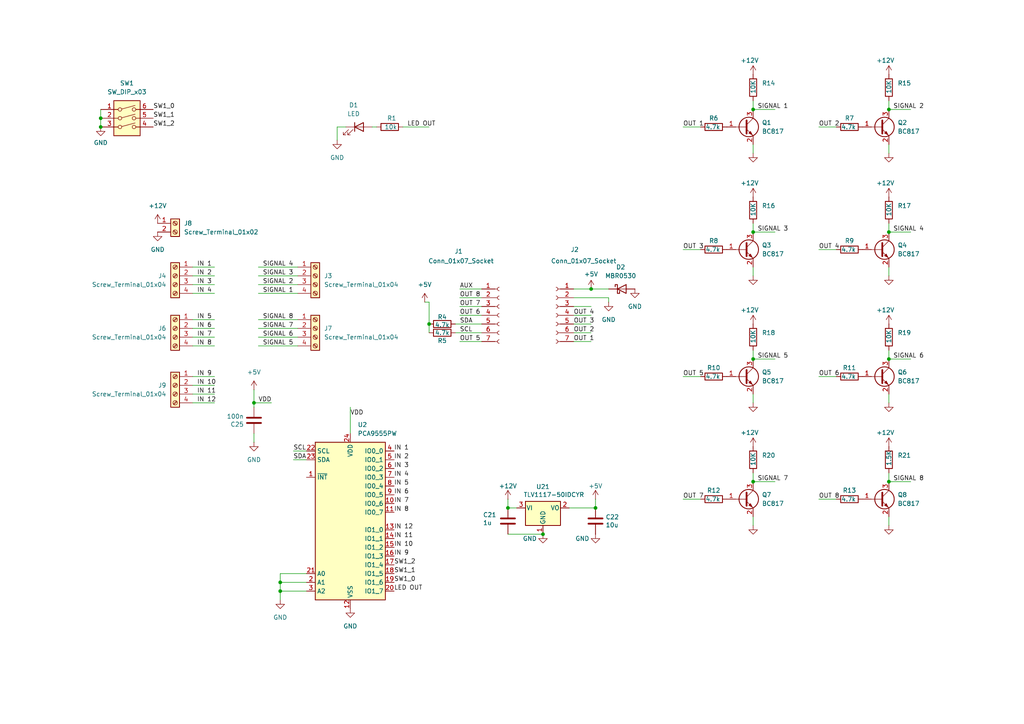
<source format=kicad_sch>
(kicad_sch (version 20250114) (generator "eeschema") (generator_version "9.0")
  (paper "A4")
  (lib_symbols
    (symbol "Connector:Conn_01x07_Socket" (pin_names (offset 1.016) (hide yes))
      (property "Reference" "J" (at 0 10.16 0))
      (property "Value" "Conn_01x07_Socket" (at 0 -10.16 0))
      (symbol "Conn_01x07_Socket_1_1"
        (polyline (pts (xy -1.27 7.62) (xy -0.508 7.62)) (stroke (width 0.1524)))
        (polyline (pts (xy -1.27 5.08) (xy -0.508 5.08)) (stroke (width 0.1524)))
        (polyline (pts (xy -1.27 2.54) (xy -0.508 2.54)) (stroke (width 0.1524)))
        (polyline (pts (xy -1.27 0) (xy -0.508 0)) (stroke (width 0.1524)))
        (polyline (pts (xy -1.27 -2.54) (xy -0.508 -2.54)) (stroke (width 0.1524)))
        (polyline (pts (xy -1.27 -5.08) (xy -0.508 -5.08)) (stroke (width 0.1524)))
        (polyline (pts (xy -1.27 -7.62) (xy -0.508 -7.62)) (stroke (width 0.1524)))
        (arc (start 0 7.112) (mid -0.5058 7.62) (end 0 8.128) (stroke (width 0.1524)))
        (arc (start 0 4.572) (mid -0.5058 5.08) (end 0 5.588) (stroke (width 0.1524)))
        (arc (start 0 2.032) (mid -0.5058 2.54) (end 0 3.048) (stroke (width 0.1524)))
        (arc (start 0 -0.508) (mid -0.5058 0) (end 0 0.508) (stroke (width 0.1524)))
        (arc (start 0 -3.048) (mid -0.5058 -2.54) (end 0 -2.032) (stroke (width 0.1524)))
        (arc (start 0 -5.588) (mid -0.5058 -5.08) (end 0 -4.572) (stroke (width 0.1524)))
        (arc (start 0 -8.128) (mid -0.5058 -7.62) (end 0 -7.112) (stroke (width 0.1524)))
        (pin passive line (at -5.08 7.62 0) (length 3.81) (name "Pin_1") (number "1"))
        (pin passive line (at -5.08 5.08 0) (length 3.81) (name "Pin_2") (number "2"))
        (pin passive line (at -5.08 2.54 0) (length 3.81) (name "Pin_3") (number "3"))
        (pin passive line (at -5.08 0 0) (length 3.81) (name "Pin_4") (number "4"))
        (pin passive line (at -5.08 -2.54 0) (length 3.81) (name "Pin_5") (number "5"))
        (pin passive line (at -5.08 -5.08 0) (length 3.81) (name "Pin_6") (number "6"))
        (pin passive line (at -5.08 -7.62 0) (length 3.81) (name "Pin_7") (number "7"))
      )
    )
    (symbol "Connector:Screw_Terminal_01x02" (pin_names (offset 1.016) (hide yes))
      (property "Reference" "J" (at 0 2.54 0))
      (property "Value" "Screw_Terminal_01x02" (at 0 -5.08 0))
      (symbol "Screw_Terminal_01x02_1_1"
        (rectangle (start -1.27 1.27) (end 1.27 -3.81) (stroke (width 0.254)) (fill (type background)))
        (polyline (pts (xy -0.5334 0.3302) (xy 0.3302 -0.508)) (stroke (width 0.1524)))
        (polyline (pts (xy -0.5334 -2.2098) (xy 0.3302 -3.048)) (stroke (width 0.1524)))
        (polyline (pts (xy -0.3556 0.508) (xy 0.508 -0.3302)) (stroke (width 0.1524)))
        (polyline (pts (xy -0.3556 -2.032) (xy 0.508 -2.8702)) (stroke (width 0.1524)))
        (circle (center 0 0) (radius 0.635) (stroke (width 0.1524)))
        (circle (center 0 -2.54) (radius 0.635) (stroke (width 0.1524)))
        (pin passive line (at -5.08 0 0) (length 3.81) (name "Pin_1") (number "1"))
        (pin passive line (at -5.08 -2.54 0) (length 3.81) (name "Pin_2") (number "2"))
      )
    )
    (symbol "Connector:Screw_Terminal_01x04" (pin_names (offset 1.016) (hide yes))
      (property "Reference" "J" (at 0 5.08 0))
      (property "Value" "Screw_Terminal_01x04" (at 0 -7.62 0))
      (symbol "Screw_Terminal_01x04_1_1"
        (rectangle (start -1.27 3.81) (end 1.27 -6.35) (stroke (width 0.254)) (fill (type background)))
        (polyline (pts (xy -0.5334 2.8702) (xy 0.3302 2.032)) (stroke (width 0.1524)))
        (polyline (pts (xy -0.5334 0.3302) (xy 0.3302 -0.508)) (stroke (width 0.1524)))
        (polyline (pts (xy -0.5334 -2.2098) (xy 0.3302 -3.048)) (stroke (width 0.1524)))
        (polyline (pts (xy -0.5334 -4.7498) (xy 0.3302 -5.588)) (stroke (width 0.1524)))
        (polyline (pts (xy -0.3556 3.048) (xy 0.508 2.2098)) (stroke (width 0.1524)))
        (polyline (pts (xy -0.3556 0.508) (xy 0.508 -0.3302)) (stroke (width 0.1524)))
        (polyline (pts (xy -0.3556 -2.032) (xy 0.508 -2.8702)) (stroke (width 0.1524)))
        (polyline (pts (xy -0.3556 -4.572) (xy 0.508 -5.4102)) (stroke (width 0.1524)))
        (circle (center 0 2.54) (radius 0.635) (stroke (width 0.1524)))
        (circle (center 0 0) (radius 0.635) (stroke (width 0.1524)))
        (circle (center 0 -2.54) (radius 0.635) (stroke (width 0.1524)))
        (circle (center 0 -5.08) (radius 0.635) (stroke (width 0.1524)))
        (pin passive line (at -5.08 2.54 0) (length 3.81) (name "Pin_1") (number "1"))
        (pin passive line (at -5.08 0 0) (length 3.81) (name "Pin_2") (number "2"))
        (pin passive line (at -5.08 -2.54 0) (length 3.81) (name "Pin_3") (number "3"))
        (pin passive line (at -5.08 -5.08 0) (length 3.81) (name "Pin_4") (number "4"))
      )
    )
    (symbol "Device:C" (pin_numbers (hide yes)) (pin_names (offset 0.254))
      (property "Reference" "C" (at 0.635 2.54 0))
      (property "Value" "C" (at 0.635 -2.54 0))
      (symbol "C_0_1"
        (polyline (pts (xy -2.032 0.762) (xy 2.032 0.762)) (stroke (width 0.508)))
        (polyline (pts (xy -2.032 -0.762) (xy 2.032 -0.762)) (stroke (width 0.508)))
      )
      (symbol "C_1_1"
        (pin passive line (at 0 3.81 270) (length 2.794) (name "~") (number "1"))
        (pin passive line (at 0 -3.81 90) (length 2.794) (name "~") (number "2"))
      )
    )
    (symbol "Device:LED" (pin_numbers (hide yes)) (pin_names (offset 1.016) (hide yes))
      (property "Reference" "D" (at 0 2.54 0))
      (property "Value" "LED" (at 0 -2.54 0))
      (symbol "LED_0_1"
        (polyline (pts (xy -3.048 -0.762) (xy -4.572 -2.286) (xy -3.81 -2.286) (xy -4.572 -2.286) (xy -4.572 -1.524)))
        (polyline (pts (xy -1.778 -0.762) (xy -3.302 -2.286) (xy -2.54 -2.286) (xy -3.302 -2.286) (xy -3.302 -1.524)))
        (polyline (pts (xy -1.27 0) (xy 1.27 0)))
        (polyline (pts (xy -1.27 -1.27) (xy -1.27 1.27)) (stroke (width 0.254)))
        (polyline (pts (xy 1.27 -1.27) (xy 1.27 1.27) (xy -1.27 0) (xy 1.27 -1.27)) (stroke (width 0.254)))
      )
      (symbol "LED_1_1"
        (pin passive line (at -3.81 0 0) (length 2.54) (name "K") (number "1"))
        (pin passive line (at 3.81 0 180) (length 2.54) (name "A") (number "2"))
      )
    )
    (symbol "Device:R" (pin_numbers (hide yes)) (pin_names (offset 0))
      (property "Reference" "R" (at 2.032 0 90))
      (property "Value" "R" (at 0 0 90))
      (symbol "R_0_1"
        (rectangle (start -1.016 -2.54) (end 1.016 2.54) (stroke (width 0.254)))
      )
      (symbol "R_1_1"
        (pin passive line (at 0 3.81 270) (length 1.27) (name "~") (number "1"))
        (pin passive line (at 0 -3.81 90) (length 1.27) (name "~") (number "2"))
      )
    )
    (symbol "Diode:MBR0530" (pin_numbers (hide yes)) (pin_names (offset 1.016) (hide yes))
      (property "Reference" "D" (at 0 2.54 0))
      (property "Value" "MBR0530" (at 0 -2.54 0))
      (symbol "MBR0530_0_1"
        (polyline (pts (xy -1.905 0.635) (xy -1.905 1.27) (xy -1.27 1.27) (xy -1.27 -1.27) (xy -0.635 -1.27) (xy -0.635 -0.635)) (stroke (width 0.254)))
        (polyline (pts (xy 1.27 1.27) (xy 1.27 -1.27) (xy -1.27 0) (xy 1.27 1.27)) (stroke (width 0.254)))
        (polyline (pts (xy 1.27 0) (xy -1.27 0)))
      )
      (symbol "MBR0530_1_1"
        (pin passive line (at -3.81 0 0) (length 2.54) (name "K") (number "1"))
        (pin passive line (at 3.81 0 180) (length 2.54) (name "A") (number "2"))
      )
    )
    (symbol "Interface_Expansion:PCA9555PW"
      (property "Reference" "U" (at -8.89 24.13 0))
      (property "Value" "PCA9555PW" (at 6.35 24.13 0))
      (symbol "PCA9555PW_0_1"
        (rectangle (start -10.16 22.86) (end 10.16 -22.86) (stroke (width 0.254)) (fill (type background)))
      )
      (symbol "PCA9555PW_1_1"
        (pin input line (at -12.7 20.32 0) (length 2.54) (name "SCL") (number "22"))
        (pin bidirectional line (at -12.7 17.78 0) (length 2.54) (name "SDA") (number "23"))
        (pin open_collector line (at -12.7 12.7 0) (length 2.54) (name "~{INT}") (number "1"))
        (pin input line (at -12.7 -15.24 0) (length 2.54) (name "A0") (number "21"))
        (pin input line (at -12.7 -17.78 0) (length 2.54) (name "A1") (number "2"))
        (pin input line (at -12.7 -20.32 0) (length 2.54) (name "A2") (number "3"))
        (pin power_in line (at 0 25.4 270) (length 2.54) (name "VDD") (number "24"))
        (pin power_in line (at 0 -25.4 90) (length 2.54) (name "VSS") (number "12"))
        (pin bidirectional line (at 12.7 20.32 180) (length 2.54) (name "IO0_0") (number "4"))
        (pin bidirectional line (at 12.7 17.78 180) (length 2.54) (name "IO0_1") (number "5"))
        (pin bidirectional line (at 12.7 15.24 180) (length 2.54) (name "IO0_2") (number "6"))
        (pin bidirectional line (at 12.7 12.7 180) (length 2.54) (name "IO0_3") (number "7"))
        (pin bidirectional line (at 12.7 10.16 180) (length 2.54) (name "IO0_4") (number "8"))
        (pin bidirectional line (at 12.7 7.62 180) (length 2.54) (name "IO0_5") (number "9"))
        (pin bidirectional line (at 12.7 5.08 180) (length 2.54) (name "IO0_6") (number "10"))
        (pin bidirectional line (at 12.7 2.54 180) (length 2.54) (name "IO0_7") (number "11"))
        (pin bidirectional line (at 12.7 -2.54 180) (length 2.54) (name "IO1_0") (number "13"))
        (pin bidirectional line (at 12.7 -5.08 180) (length 2.54) (name "IO1_1") (number "14"))
        (pin bidirectional line (at 12.7 -7.62 180) (length 2.54) (name "IO1_2") (number "15"))
        (pin bidirectional line (at 12.7 -10.16 180) (length 2.54) (name "IO1_3") (number "16"))
        (pin bidirectional line (at 12.7 -12.7 180) (length 2.54) (name "IO1_4") (number "17"))
        (pin bidirectional line (at 12.7 -15.24 180) (length 2.54) (name "IO1_5") (number "18"))
        (pin bidirectional line (at 12.7 -17.78 180) (length 2.54) (name "IO1_6") (number "19"))
        (pin bidirectional line (at 12.7 -20.32 180) (length 2.54) (name "IO1_7") (number "20"))
      )
    )
    (symbol "Regulator_Linear:NCP1117-3.3_SOT223" (pin_names (offset 0.254))
      (property "Reference" "U" (at -3.81 3.175 0))
      (property "Value" "NCP1117-3.3_SOT223" (at 0 3.175 0))
      (symbol "NCP1117-3.3_SOT223_0_1"
        (rectangle (start -5.08 -5.08) (end 5.08 1.905) (stroke (width 0.254)) (fill (type background)))
      )
      (symbol "NCP1117-3.3_SOT223_1_1"
        (pin power_in line (at -7.62 0 0) (length 2.54) (name "VI") (number "3"))
        (pin power_in line (at 0 -7.62 90) (length 2.54) (name "GND") (number "1"))
        (pin power_out line (at 7.62 0 180) (length 2.54) (name "VO") (number "2"))
      )
    )
    (symbol "Switch:SW_DIP_x03" (pin_names (offset 0) (hide yes))
      (property "Reference" "SW" (at 0 6.35 0))
      (property "Value" "SW_DIP_x03" (at 0 -6.35 0))
      (symbol "SW_DIP_x03_0_0"
        (circle (center -2.032 2.54) (radius 0.508))
        (circle (center -2.032 0) (radius 0.508))
        (circle (center -2.032 -2.54) (radius 0.508))
        (polyline (pts (xy -1.524 2.667) (xy 2.3622 3.7084)))
        (polyline (pts (xy -1.524 0.127) (xy 2.3622 1.1684)))
        (polyline (pts (xy -1.524 -2.413) (xy 2.3622 -1.3716)))
        (circle (center 2.032 2.54) (radius 0.508))
        (circle (center 2.032 0) (radius 0.508))
        (circle (center 2.032 -2.54) (radius 0.508))
      )
      (symbol "SW_DIP_x03_0_1"
        (rectangle (start -3.81 5.08) (end 3.81 -5.08) (stroke (width 0.254)) (fill (type background)))
      )
      (symbol "SW_DIP_x03_1_1"
        (pin passive line (at -7.62 2.54 0) (length 5.08) (name "~") (number "1"))
        (pin passive line (at -7.62 0 0) (length 5.08) (name "~") (number "2"))
        (pin passive line (at -7.62 -2.54 0) (length 5.08) (name "~") (number "3"))
        (pin passive line (at 7.62 2.54 180) (length 5.08) (name "~") (number "6"))
        (pin passive line (at 7.62 0 180) (length 5.08) (name "~") (number "5"))
        (pin passive line (at 7.62 -2.54 180) (length 5.08) (name "~") (number "4"))
      )
    )
    (symbol "Transistor_BJT:BC817" (pin_names (offset 0) (hide yes))
      (property "Reference" "Q" (at 5.08 1.905 0))
      (property "Value" "BC817" (at 5.08 0 0))
      (symbol "BC817_0_1"
        (polyline (pts (xy -2.54 0) (xy 0.635 0)))
        (polyline (pts (xy 0.635 1.905) (xy 0.635 -1.905)) (stroke (width 0.508)))
        (circle (center 1.27 0) (radius 2.8194) (stroke (width 0.254)))
      )
      (symbol "BC817_1_1"
        (polyline (pts (xy 0.635 0.635) (xy 2.54 2.54)))
        (polyline (pts (xy 0.635 -0.635) (xy 2.54 -2.54)))
        (polyline (pts (xy 1.27 -1.778) (xy 1.778 -1.27) (xy 2.286 -2.286) (xy 1.27 -1.778)) (fill (type outline)))
        (pin input line (at -5.08 0 0) (length 2.54) (name "B") (number "1"))
        (pin passive line (at 2.54 5.08 270) (length 2.54) (name "C") (number "3"))
        (pin passive line (at 2.54 -5.08 90) (length 2.54) (name "E") (number "2"))
      )
    )
    (symbol "power:+12V" (power) (pin_numbers (hide yes)) (pin_names (offset 0) (hide yes))
      (property "Value" "+12V" (at 0 3.556 0))
      (symbol "+12V_0_1"
        (polyline (pts (xy -0.762 1.27) (xy 0 2.54)))
        (polyline (pts (xy 0 2.54) (xy 0.762 1.27)))
        (polyline (pts (xy 0 0) (xy 0 2.54)))
      )
      (symbol "+12V_1_1"
        (pin power_in line (at 0 0 90) (length 0) (name "~") (number "1"))
      )
    )
    (symbol "power:+5V" (power) (pin_numbers (hide yes)) (pin_names (offset 0) (hide yes))
      (property "Value" "+5V" (at 0 3.556 0))
      (symbol "+5V_0_1"
        (polyline (pts (xy -0.762 1.27) (xy 0 2.54)))
        (polyline (pts (xy 0 2.54) (xy 0.762 1.27)))
        (polyline (pts (xy 0 0) (xy 0 2.54)))
      )
      (symbol "+5V_1_1"
        (pin power_in line (at 0 0 90) (length 0) (name "~") (number "1"))
      )
    )
    (symbol "power:GND" (power) (pin_numbers (hide yes)) (pin_names (offset 0) (hide yes))
      (property "Value" "GND" (at 0 -3.81 0))
      (symbol "GND_0_1"
        (polyline (pts (xy 0 0) (xy 0 -1.27) (xy 1.27 -1.27) (xy 0 -2.54) (xy -1.27 -1.27) (xy 0 -1.27)))
      )
      (symbol "GND_1_1"
        (pin power_in line (at 0 0 270) (length 0) (name "~") (number "1"))
      )
    )
  )
  (junction (at 257.81 67.31))
  (junction (at 218.44 67.31))
  (junction (at 157.48 154.94))
  (junction (at 147.32 147.32))
  (junction (at 81.28 168.91))
  (junction (at 218.44 139.7))
  (junction (at 124.46 93.98))
  (junction (at 257.81 139.7))
  (junction (at 73.66 116.84))
  (junction (at 257.81 31.75))
  (junction (at 257.81 104.14))
  (junction (at 29.21 36.83))
  (junction (at 218.44 31.75))
  (junction (at 81.28 171.45))
  (junction (at 218.44 104.14))
  (junction (at 171.45 83.82))
  (junction (at 172.72 147.32))
  (junction (at 29.21 34.29))
  (wire (pts (xy 85.09 130.81) (xy 88.9 130.81)))
  (wire (pts (xy 124.46 93.98) (xy 124.46 96.52)))
  (wire (pts (xy 172.72 147.32) (xy 172.72 144.78)))
  (wire (pts (xy 257.81 137.16) (xy 257.81 139.7)))
  (wire (pts (xy 218.44 29.21) (xy 218.44 31.75)))
  (wire (pts (xy 133.35 91.44) (xy 139.7 91.44)))
  (wire (pts (xy 133.35 86.36) (xy 139.7 86.36)))
  (wire (pts (xy 147.32 154.94) (xy 157.48 154.94)))
  (wire (pts (xy 166.37 88.9) (xy 171.45 88.9)))
  (wire (pts (xy 165.1 147.32) (xy 172.72 147.32)))
  (wire (pts (xy 176.53 87.63) (xy 176.53 86.36)))
  (wire (pts (xy 218.44 44.45) (xy 218.44 41.91)))
  (wire (pts (xy 73.66 125.73) (xy 73.66 128.27)))
  (wire (pts (xy 74.93 100.33) (xy 86.36 100.33)))
  (wire (pts (xy 29.21 34.29) (xy 29.21 36.83)))
  (wire (pts (xy 198.12 72.39) (xy 203.2 72.39)))
  (wire (pts (xy 55.88 114.3) (xy 62.23 114.3)))
  (wire (pts (xy 237.49 109.22) (xy 242.57 109.22)))
  (wire (pts (xy 81.28 171.45) (xy 88.9 171.45)))
  (wire (pts (xy 198.12 144.78) (xy 203.2 144.78)))
  (wire (pts (xy 74.93 85.09) (xy 86.36 85.09)))
  (wire (pts (xy 85.09 133.35) (xy 88.9 133.35)))
  (wire (pts (xy 74.93 97.79) (xy 86.36 97.79)))
  (wire (pts (xy 166.37 93.98) (xy 171.45 93.98)))
  (wire (pts (xy 73.66 116.84) (xy 78.74 116.84)))
  (wire (pts (xy 166.37 86.36) (xy 176.53 86.36)))
  (wire (pts (xy 218.44 139.7) (xy 224.79 139.7)))
  (wire (pts (xy 116.84 36.83) (xy 124.46 36.83)))
  (wire (pts (xy 55.88 97.79) (xy 62.23 97.79)))
  (wire (pts (xy 29.21 31.75) (xy 29.21 34.29)))
  (wire (pts (xy 166.37 91.44) (xy 171.45 91.44)))
  (wire (pts (xy 257.81 101.6) (xy 257.81 104.14)))
  (wire (pts (xy 218.44 101.6) (xy 218.44 104.14)))
  (wire (pts (xy 74.93 80.01) (xy 86.36 80.01)))
  (wire (pts (xy 257.81 116.84) (xy 257.81 114.3)))
  (wire (pts (xy 218.44 80.01) (xy 218.44 77.47)))
  (wire (pts (xy 257.81 64.77) (xy 257.81 67.31)))
  (wire (pts (xy 218.44 31.75) (xy 224.79 31.75)))
  (wire (pts (xy 218.44 104.14) (xy 224.79 104.14)))
  (wire (pts (xy 257.81 67.31) (xy 264.16 67.31)))
  (wire (pts (xy 73.66 113.03) (xy 73.66 116.84)))
  (wire (pts (xy 257.81 139.7) (xy 264.16 139.7)))
  (wire (pts (xy 55.88 95.25) (xy 62.23 95.25)))
  (wire (pts (xy 166.37 96.52) (xy 171.45 96.52)))
  (wire (pts (xy 198.12 109.22) (xy 203.2 109.22)))
  (wire (pts (xy 55.88 116.84) (xy 62.23 116.84)))
  (wire (pts (xy 55.88 77.47) (xy 62.23 77.47)))
  (wire (pts (xy 74.93 95.25) (xy 86.36 95.25)))
  (wire (pts (xy 133.35 99.06) (xy 139.7 99.06)))
  (wire (pts (xy 55.88 80.01) (xy 62.23 80.01)))
  (wire (pts (xy 55.88 85.09) (xy 62.23 85.09)))
  (wire (pts (xy 149.86 147.32) (xy 147.32 147.32)))
  (wire (pts (xy 132.08 93.98) (xy 139.7 93.98)))
  (wire (pts (xy 218.44 67.31) (xy 224.79 67.31)))
  (wire (pts (xy 257.81 31.75) (xy 264.16 31.75)))
  (wire (pts (xy 218.44 152.4) (xy 218.44 149.86)))
  (wire (pts (xy 55.88 92.71) (xy 62.23 92.71)))
  (wire (pts (xy 218.44 137.16) (xy 218.44 139.7)))
  (wire (pts (xy 109.22 36.83) (xy 107.95 36.83)))
  (wire (pts (xy 97.79 36.83) (xy 97.79 40.64)))
  (wire (pts (xy 81.28 168.91) (xy 81.28 171.45)))
  (wire (pts (xy 166.37 83.82) (xy 171.45 83.82)))
  (wire (pts (xy 74.93 92.71) (xy 86.36 92.71)))
  (wire (pts (xy 257.81 29.21) (xy 257.81 31.75)))
  (wire (pts (xy 132.08 96.52) (xy 139.7 96.52)))
  (wire (pts (xy 124.46 87.63) (xy 123.19 87.63)))
  (wire (pts (xy 133.35 83.82) (xy 139.7 83.82)))
  (wire (pts (xy 81.28 168.91) (xy 88.9 168.91)))
  (wire (pts (xy 81.28 171.45) (xy 81.28 173.99)))
  (wire (pts (xy 133.35 88.9) (xy 139.7 88.9)))
  (wire (pts (xy 171.45 83.82) (xy 176.53 83.82)))
  (wire (pts (xy 88.9 166.37) (xy 81.28 166.37)))
  (wire (pts (xy 74.93 77.47) (xy 86.36 77.47)))
  (wire (pts (xy 74.93 82.55) (xy 86.36 82.55)))
  (wire (pts (xy 55.88 100.33) (xy 62.23 100.33)))
  (wire (pts (xy 55.88 82.55) (xy 62.23 82.55)))
  (wire (pts (xy 218.44 116.84) (xy 218.44 114.3)))
  (wire (pts (xy 237.49 144.78) (xy 242.57 144.78)))
  (wire (pts (xy 198.12 36.83) (xy 203.2 36.83)))
  (wire (pts (xy 237.49 36.83) (xy 242.57 36.83)))
  (wire (pts (xy 81.28 166.37) (xy 81.28 168.91)))
  (wire (pts (xy 73.66 116.84) (xy 73.66 118.11)))
  (wire (pts (xy 147.32 147.32) (xy 147.32 144.78)))
  (wire (pts (xy 124.46 87.63) (xy 124.46 93.98)))
  (wire (pts (xy 237.49 72.39) (xy 242.57 72.39)))
  (wire (pts (xy 55.88 109.22) (xy 62.23 109.22)))
  (wire (pts (xy 101.6 118.11) (xy 101.6 125.73)))
  (wire (pts (xy 100.33 36.83) (xy 97.79 36.83)))
  (wire (pts (xy 257.81 80.01) (xy 257.81 77.47)))
  (wire (pts (xy 257.81 104.14) (xy 264.16 104.14)))
  (wire (pts (xy 218.44 64.77) (xy 218.44 67.31)))
  (wire (pts (xy 55.88 111.76) (xy 62.23 111.76)))
  (wire (pts (xy 257.81 152.4) (xy 257.81 149.86)))
  (wire (pts (xy 166.37 99.06) (xy 171.45 99.06)))
  (wire (pts (xy 257.81 44.45) (xy 257.81 41.91)))
  (label "OUT 3" (at 166.37 93.98 0))
  (label "SIGNAL 6" (at 259.08 104.14 0))
  (label "IN 8" (at 57.15 100.33 0))
  (label "IN 6" (at 57.15 95.25 0))
  (label "SIGNAL 2" (at 76.2 82.55 0))
  (label "SIGNAL 7" (at 76.2 95.25 0))
  (label "OUT 2" (at 166.37 96.52 0))
  (label "SIGNAL 1" (at 219.71 31.75 0))
  (label "IN 9" (at 57.15 109.22 0))
  (label "IN 3" (at 114.3 135.89 0))
  (label "SW1_1" (at 44.45 34.29 0))
  (label "LED OUT" (at 114.3 171.45 0))
  (label "AUX" (at 133.35 83.82 0))
  (label "LED OUT" (at 118.11 36.83 0))
  (label "OUT 7" (at 198.12 144.78 0))
  (label "SIGNAL 7" (at 219.71 139.7 0))
  (label "OUT 8" (at 237.49 144.78 0))
  (label "IN 12" (at 114.3 153.67 0))
  (label "IN 9" (at 114.3 161.29 0))
  (label "OUT 5" (at 133.35 99.06 0))
  (label "SDA" (at 85.09 133.35 0))
  (label "IN 2" (at 114.3 133.35 0))
  (label "IN 2" (at 57.15 80.01 0))
  (label "IN 10" (at 114.3 158.75 0))
  (label "OUT 1" (at 166.37 99.06 0))
  (label "IN 3" (at 57.15 82.55 0))
  (label "SIGNAL 1" (at 76.2 85.09 0))
  (label "SW1_1" (at 114.3 166.37 0))
  (label "IN 4" (at 114.3 138.43 0))
  (label "OUT 6" (at 237.49 109.22 0))
  (label "OUT 3" (at 198.12 72.39 0))
  (label "VDD" (at 101.6 120.65 0))
  (label "SIGNAL 8" (at 76.2 92.71 0))
  (label "SIGNAL 4" (at 259.08 67.31 0))
  (label "OUT 7" (at 133.35 88.9 0))
  (label "SIGNAL 3" (at 76.2 80.01 0))
  (label "SW1_2" (at 114.3 163.83 0))
  (label "SW1_0" (at 44.45 31.75 0))
  (label "IN 7" (at 57.15 97.79 0))
  (label "IN 5" (at 57.15 92.71 0))
  (label "SIGNAL 4" (at 76.2 77.47 0))
  (label "SIGNAL 6" (at 76.2 97.79 0))
  (label "OUT 2" (at 237.49 36.83 0))
  (label "IN 4" (at 57.15 85.09 0))
  (label "SCL" (at 85.09 130.81 0))
  (label "OUT 6" (at 133.35 91.44 0))
  (label "IN 5" (at 114.3 140.97 0))
  (label "IN 1" (at 57.15 77.47 0))
  (label "IN 8" (at 114.3 148.59 0))
  (label "SIGNAL 5" (at 219.71 104.14 0))
  (label "SIGNAL 5" (at 76.2 100.33 0))
  (label "OUT 8" (at 133.35 86.36 0))
  (label "IN 7" (at 114.3 146.05 0))
  (label "SCL" (at 133.35 96.52 0))
  (label "IN 12" (at 57.15 116.84 0))
  (label "VDD" (at 74.93 116.84 0))
  (label "IN 1" (at 114.3 130.81 0))
  (label "IN 10" (at 57.15 111.76 0))
  (label "SIGNAL 2" (at 259.08 31.75 0))
  (label "IN 6" (at 114.3 143.51 0))
  (label "SW1_2" (at 44.45 36.83 0))
  (label "SIGNAL 8" (at 259.08 139.7 0))
  (label "SIGNAL 3" (at 219.71 67.31 0))
  (label "OUT 4" (at 237.49 72.39 0))
  (label "SW1_0" (at 114.3 168.91 0))
  (label "IN 11" (at 57.15 114.3 0))
  (label "OUT 5" (at 198.12 109.22 0))
  (label "SDA" (at 133.35 93.98 0))
  (label "IN 11" (at 114.3 156.21 0))
  (label "OUT 4" (at 166.37 91.44 0))
  (label "OUT 1" (at 198.12 36.83 0))
  (symbol (lib_id "power:GND") (at 218.44 80.01 0) (unit 1)
    (property "Reference" "#PWR034" (effects (hide yes)))
    (property "Value" "GND" (effects (hide yes)))
    (property "Description" "Power symbol creates a global label with name \"GND\" , ground" (effects (hide yes)))
  )
  (symbol (lib_id "Transistor_BJT:BC817") (at 255.27 109.22 0) (unit 1)
    (property "Reference" "Q6" (at 260.35 107.9499 0) (effects (justify left)))
    (property "Value" "BC817" (at 260.35 110.4899 0) (effects (justify left)))
    (property "Footprint" "Package_TO_SOT_SMD:SOT-23" (effects (hide yes)))
    (property "Datasheet" "https://www.onsemi.com/pub/Collateral/BC818-D.pdf" (effects (hide yes)))
    (property "Description" "0.8A Ic, 45V Vce, NPN Transistor, SOT-23" (effects (hide yes)))
  )
  (symbol (lib_id "power:+12V") (at 257.81 93.98 0) (unit 1)
    (property "Reference" "#PWR044" (effects (hide yes)))
    (property "Value" "+12V" (at 256.794 89.916 0))
    (property "Description" "Power symbol creates a global label with name \"+12V\"" (effects (hide yes)))
  )
  (symbol (lib_id "power:GND") (at 73.66 128.27 0) (unit 1)
    (property "Reference" "#PWR021" (effects (hide yes)))
    (property "Value" "GND" (at 73.66 133.35 0))
    (property "Description" "Power symbol creates a global label with name \"GND\" , ground" (effects (hide yes)))
  )
  (symbol (lib_id "Transistor_BJT:BC817") (at 215.9 144.78 0) (unit 1)
    (property "Reference" "Q7" (at 220.98 143.5099 0) (effects (justify left)))
    (property "Value" "BC817" (at 220.98 146.0499 0) (effects (justify left)))
    (property "Footprint" "Package_TO_SOT_SMD:SOT-23" (effects (hide yes)))
    (property "Datasheet" "https://www.onsemi.com/pub/Collateral/BC818-D.pdf" (effects (hide yes)))
    (property "Description" "0.8A Ic, 45V Vce, NPN Transistor, SOT-23" (effects (hide yes)))
  )
  (symbol (lib_id "power:+12V") (at 45.72 64.77 0) (unit 1)
    (property "Reference" "#PWR023" (effects (hide yes)))
    (property "Value" "+12V" (at 45.72 59.69 0))
    (property "Description" "Power symbol creates a global label with name \"+12V\"" (effects (hide yes)))
  )
  (symbol (lib_id "power:+5V") (at 73.66 113.03 0) (unit 1)
    (property "Reference" "#PWR09" (effects (hide yes)))
    (property "Value" "+5V" (at 73.66 107.95 0))
    (property "Description" "Power symbol creates a global label with name \"+5V\"" (effects (hide yes)))
  )
  (symbol (lib_id "power:GND") (at 257.81 152.4 0) (unit 1)
    (property "Reference" "#PWR047" (effects (hide yes)))
    (property "Value" "GND" (effects (hide yes)))
    (property "Description" "Power symbol creates a global label with name \"GND\" , ground" (effects (hide yes)))
  )
  (symbol (lib_id "Transistor_BJT:BC817") (at 255.27 144.78 0) (unit 1)
    (property "Reference" "Q8" (at 260.35 143.5099 0) (effects (justify left)))
    (property "Value" "BC817" (at 260.35 146.0499 0) (effects (justify left)))
    (property "Footprint" "Package_TO_SOT_SMD:SOT-23" (effects (hide yes)))
    (property "Datasheet" "https://www.onsemi.com/pub/Collateral/BC818-D.pdf" (effects (hide yes)))
    (property "Description" "0.8A Ic, 45V Vce, NPN Transistor, SOT-23" (effects (hide yes)))
  )
  (symbol (lib_id "power:+12V") (at 147.32 144.78 0) (unit 1)
    (property "Reference" "#PWR03" (effects (hide yes)))
    (property "Value" "+12V" (at 147.32 140.97 0))
    (property "Description" "Power symbol creates a global label with name \"+12V\"" (effects (hide yes)))
  )
  (symbol (lib_id "power:GND") (at 257.81 44.45 0) (unit 1)
    (property "Reference" "#PWR030" (effects (hide yes)))
    (property "Value" "GND" (effects (hide yes)))
    (property "Description" "Power symbol creates a global label with name \"GND\" , ground" (effects (hide yes)))
  )
  (symbol (lib_id "power:+12V") (at 218.44 21.59 0) (unit 1)
    (property "Reference" "#PWR031" (effects (hide yes)))
    (property "Value" "+12V" (at 217.424 17.526 0))
    (property "Description" "Power symbol creates a global label with name \"+12V\"" (effects (hide yes)))
  )
  (symbol (lib_id "power:GND") (at 257.81 80.01 0) (unit 1)
    (property "Reference" "#PWR037" (effects (hide yes)))
    (property "Value" "GND" (effects (hide yes)))
    (property "Description" "Power symbol creates a global label with name \"GND\" , ground" (effects (hide yes)))
  )
  (symbol (lib_id "power:+5V") (at 171.45 83.82 0) (unit 1)
    (property "Reference" "#PWR04" (effects (hide yes)))
    (property "Value" "+5V" (at 171.45 79.502 0))
    (property "Description" "Power symbol creates a global label with name \"+5V\"" (effects (hide yes)))
  )
  (symbol (lib_id "power:GND") (at 157.48 154.94 0) (unit 1)
    (property "Reference" "#PWR036" (effects (hide yes)))
    (property "Value" "GND" (at 153.67 156.21 0))
  )
  (symbol (lib_id "power:+12V") (at 218.44 57.15 0) (unit 1)
    (property "Reference" "#PWR033" (effects (hide yes)))
    (property "Value" "+12V" (at 217.424 53.086 0))
    (property "Description" "Power symbol creates a global label with name \"+12V\"" (effects (hide yes)))
  )
  (symbol (lib_id "Device:R") (at 257.81 25.4 0) (unit 1)
    (property "Reference" "R15" (at 260.35 24.1299 0) (effects (justify left)))
    (property "Value" "10K" (at 257.81 27.178 90) (effects (justify left)))
    (property "Footprint" "Resistor_SMD:R_0603_1608Metric" (effects (hide yes)))
    (property "Description" "Resistor" (effects (hide yes)))
  )
  (symbol (lib_id "power:+12V") (at 257.81 21.59 0) (unit 1)
    (property "Reference" "#PWR032" (effects (hide yes)))
    (property "Value" "+12V" (at 256.794 17.526 0))
    (property "Description" "Power symbol creates a global label with name \"+12V\"" (effects (hide yes)))
  )
  (symbol (lib_id "power:GND") (at 218.44 44.45 0) (unit 1)
    (property "Reference" "#PWR029" (effects (hide yes)))
    (property "Value" "GND" (effects (hide yes)))
    (property "Description" "Power symbol creates a global label with name \"GND\" , ground" (effects (hide yes)))
  )
  (symbol (lib_id "Transistor_BJT:BC817") (at 215.9 109.22 0) (unit 1)
    (property "Reference" "Q5" (at 220.98 107.9499 0) (effects (justify left)))
    (property "Value" "BC817" (at 220.98 110.4899 0) (effects (justify left)))
    (property "Footprint" "Package_TO_SOT_SMD:SOT-23" (effects (hide yes)))
    (property "Datasheet" "https://www.onsemi.com/pub/Collateral/BC818-D.pdf" (effects (hide yes)))
    (property "Description" "0.8A Ic, 45V Vce, NPN Transistor, SOT-23" (effects (hide yes)))
  )
  (symbol (lib_id "Connector:Conn_01x07_Socket") (at 144.78 91.44 0) (unit 1)
    (property "Reference" "J1" (at 131.826 72.898 0) (effects (justify left)))
    (property "Value" "Conn_01x07_Socket" (at 124.206 75.692 0) (effects (justify left)))
    (property "Footprint" "Connector_PinSocket_2.54mm:PinSocket_1x07_P2.54mm_Vertical" (effects (hide yes)))
    (property "Description" "Generic connector, single row, 01x07, script generated" (effects (hide yes)))
  )
  (symbol (lib_id "power:+5V") (at 172.72 144.78 0) (unit 1)
    (property "Reference" "#PWR039" (effects (hide yes)))
    (property "Value" "+5V" (at 172.72 140.97 0))
  )
  (symbol (lib_id "Device:R") (at 218.44 60.96 0) (unit 1)
    (property "Reference" "R16" (at 220.98 59.6899 0) (effects (justify left)))
    (property "Value" "10K" (at 218.44 62.738 90) (effects (justify left)))
    (property "Footprint" "Resistor_SMD:R_0603_1608Metric" (effects (hide yes)))
    (property "Description" "Resistor" (effects (hide yes)))
  )
  (symbol (lib_id "Device:C") (at 73.66 121.92 180) (unit 1)
    (property "Reference" "C25" (at 70.739 123.0884 0) (effects (justify left)))
    (property "Value" "100n" (at 70.739 120.777 0) (effects (justify left)))
    (property "Footprint" "Capacitor_SMD:C_0603_1608Metric" (effects (hide yes)))
    (property "LCSC" "C14663" (effects (hide yes)))
  )
  (symbol (lib_id "power:+5V") (at 123.19 87.63 0) (unit 1)
    (property "Reference" "#PWR022" (effects (hide yes)))
    (property "Value" "+5V" (at 123.19 82.55 0))
    (property "Description" "Power symbol creates a global label with name \"+5V\"" (effects (hide yes)))
  )
  (symbol (lib_id "power:GND") (at 218.44 152.4 0) (unit 1)
    (property "Reference" "#PWR043" (effects (hide yes)))
    (property "Value" "GND" (effects (hide yes)))
    (property "Description" "Power symbol creates a global label with name \"GND\" , ground" (effects (hide yes)))
  )
  (symbol (lib_id "Transistor_BJT:BC817") (at 255.27 72.39 0) (unit 1)
    (property "Reference" "Q4" (at 260.35 71.1199 0) (effects (justify left)))
    (property "Value" "BC817" (at 260.35 73.6599 0) (effects (justify left)))
    (property "Footprint" "Package_TO_SOT_SMD:SOT-23" (effects (hide yes)))
    (property "Datasheet" "https://www.onsemi.com/pub/Collateral/BC818-D.pdf" (effects (hide yes)))
    (property "Description" "0.8A Ic, 45V Vce, NPN Transistor, SOT-23" (effects (hide yes)))
  )
  (symbol (lib_id "Interface_Expansion:PCA9555PW") (at 101.6 151.13 0) (unit 1)
    (property "Reference" "U2" (at 103.7433 123.19 0) (effects (justify left)))
    (property "Value" "PCA9555PW" (at 103.7433 125.73 0) (effects (justify left)))
    (property "Footprint" "Package_SO:TSSOP-24_4.4x7.8mm_P0.65mm" (effects (hide yes)))
    (property "Datasheet" "https://www.nxp.com/docs/en/data-sheet/PCA9555.pdf" (effects (hide yes)))
    (property "Description" "IO expander 16 GPIO, I2C 400kHz, Interrupt, 2.3 - 5.5V, TSSOP-24" (effects (hide yes)))
  )
  (symbol (lib_id "Transistor_BJT:BC817") (at 215.9 72.39 0) (unit 1)
    (property "Reference" "Q3" (at 220.98 71.1199 0) (effects (justify left)))
    (property "Value" "BC817" (at 220.98 73.6599 0) (effects (justify left)))
    (property "Footprint" "Package_TO_SOT_SMD:SOT-23" (effects (hide yes)))
    (property "Datasheet" "https://www.onsemi.com/pub/Collateral/BC818-D.pdf" (effects (hide yes)))
    (property "Description" "0.8A Ic, 45V Vce, NPN Transistor, SOT-23" (effects (hide yes)))
  )
  (symbol (lib_id "Device:R") (at 218.44 25.4 0) (unit 1)
    (property "Reference" "R14" (at 220.98 24.1299 0) (effects (justify left)))
    (property "Value" "10K" (at 218.44 27.178 90) (effects (justify left)))
    (property "Footprint" "Resistor_SMD:R_0603_1608Metric" (effects (hide yes)))
    (property "Description" "Resistor" (effects (hide yes)))
  )
  (symbol (lib_id "Device:LED") (at 104.14 36.83 0) (unit 1)
    (property "Reference" "D1" (at 102.5525 30.48 0))
    (property "Value" "LED" (at 102.5525 33.02 0))
    (property "Footprint" "LED_SMD:LED_0201_0603Metric" (effects (hide yes)))
    (property "Description" "Light emitting diode" (effects (hide yes)))
    (property "Sim.Pins" "1=K 2=A" (effects (hide yes)))
  )
  (symbol (lib_id "power:GND") (at 172.72 154.94 0) (unit 1)
    (property "Reference" "#PWR040" (effects (hide yes)))
    (property "Value" "GND" (at 168.91 156.21 0))
  )
  (symbol (lib_id "Device:C") (at 147.32 151.13 0) (unit 1)
    (property "Reference" "C21" (at 140.081 149.3266 0) (effects (justify left)))
    (property "Value" "1u" (at 140.081 151.638 0) (effects (justify left)))
    (property "Footprint" "Capacitor_SMD:C_0603_1608Metric" (effects (hide yes)))
    (property "LCSC" "C15849" (effects (hide yes)))
  )
  (symbol (lib_id "Device:R") (at 207.01 36.83 270) (unit 1)
    (property "Reference" "R6" (at 207.01 34.29 90))
    (property "Value" "4.7k" (at 206.756 36.83 90))
    (property "Footprint" "Resistor_SMD:R_0603_1608Metric" (effects (hide yes)))
    (property "Description" "Resistor" (effects (hide yes)))
  )
  (symbol (lib_id "Device:C") (at 172.72 151.13 0) (unit 1)
    (property "Reference" "C22" (at 175.641 149.9616 0) (effects (justify left)))
    (property "Value" "10u" (at 175.641 152.273 0) (effects (justify left)))
    (property "Footprint" "Capacitor_SMD:C_0805_2012Metric" (effects (hide yes)))
    (property "LCSC" "C15850" (effects (hide yes)))
  )
  (symbol (lib_id "power:GND") (at 97.79 40.64 0) (unit 1)
    (property "Reference" "#PWR05" (effects (hide yes)))
    (property "Value" "GND" (at 97.79 45.72 0))
    (property "Description" "Power symbol creates a global label with name \"GND\" , ground" (effects (hide yes)))
  )
  (symbol (lib_id "Device:R") (at 218.44 97.79 0) (unit 1)
    (property "Reference" "R18" (at 220.98 96.5199 0) (effects (justify left)))
    (property "Value" "10K" (at 218.44 99.568 90) (effects (justify left)))
    (property "Footprint" "Resistor_SMD:R_0603_1608Metric" (effects (hide yes)))
    (property "Description" "Resistor" (effects (hide yes)))
  )
  (symbol (lib_id "Regulator_Linear:NCP1117-3.3_SOT223") (at 157.48 147.32 0) (unit 1)
    (property "Reference" "U21" (at 157.48 141.1732 0))
    (property "Value" "TLV1117-50IDCYR" (at 160.655 143.4846 0))
    (property "Footprint" "Package_TO_SOT_SMD:SOT-223-3_TabPin2" (effects (hide yes)))
    (property "Datasheet" "https://www.ti.com/general/docs/suppproductinfo.tsp?distId=10&gotoUrl=https%3A%2F%2Fwww.ti.com%2Flit%2Fgpn%2Ftlv1117" (effects (hide yes)))
    (property "LCSC" "C15512" (effects (hide yes)))
  )
  (symbol (lib_id "Device:R") (at 128.27 96.52 270) (unit 1)
    (property "Reference" "R5" (at 128.27 98.806 90))
    (property "Value" "4.7k" (at 128.27 96.52 90))
    (property "Footprint" "Resistor_SMD:R_0603_1608Metric" (effects (hide yes)))
    (property "Description" "Resistor" (effects (hide yes)))
  )
  (symbol (lib_id "power:GND") (at 81.28 173.99 0) (unit 1)
    (property "Reference" "#PWR020" (effects (hide yes)))
    (property "Value" "GND" (at 81.28 179.07 0))
    (property "Description" "Power symbol creates a global label with name \"GND\" , ground" (effects (hide yes)))
  )
  (symbol (lib_id "Transistor_BJT:BC817") (at 215.9 36.83 0) (unit 1)
    (property "Reference" "Q1" (at 220.98 35.5599 0) (effects (justify left)))
    (property "Value" "BC817" (at 220.98 38.0999 0) (effects (justify left)))
    (property "Footprint" "Package_TO_SOT_SMD:SOT-23" (effects (hide yes)))
    (property "Datasheet" "https://www.onsemi.com/pub/Collateral/BC818-D.pdf" (effects (hide yes)))
    (property "Description" "0.8A Ic, 45V Vce, NPN Transistor, SOT-23" (effects (hide yes)))
  )
  (symbol (lib_id "Diode:MBR0530") (at 180.34 83.82 0) (unit 1)
    (property "Reference" "D2" (at 180.0225 77.47 0))
    (property "Value" "MBR0530" (at 180.0225 80.01 0))
    (property "Footprint" "Diode_SMD:D_SOD-123" (effects (hide yes)))
    (property "Datasheet" "http://www.mccsemi.com/up_pdf/MBR0520~MBR0580(SOD123).pdf" (effects (hide yes)))
    (property "Description" "30V 0.5A Schottky Power Rectifier Diode, SOD-123" (effects (hide yes)))
  )
  (symbol (lib_id "Device:R") (at 128.27 93.98 270) (unit 1)
    (property "Reference" "R4" (at 128.27 91.948 90))
    (property "Value" "4.7k" (at 128.27 94.234 90))
    (property "Footprint" "Resistor_SMD:R_0603_1608Metric" (effects (hide yes)))
    (property "Description" "Resistor" (effects (hide yes)))
  )
  (symbol (lib_id "Device:R") (at 246.38 144.78 270) (unit 1)
    (property "Reference" "R13" (at 246.38 142.24 90))
    (property "Value" "4.7k" (at 246.126 144.78 90))
    (property "Footprint" "Resistor_SMD:R_0603_1608Metric" (effects (hide yes)))
    (property "Description" "Resistor" (effects (hide yes)))
  )
  (symbol (lib_id "power:GND") (at 45.72 67.31 0) (unit 1)
    (property "Reference" "#PWR02" (effects (hide yes)))
    (property "Value" "GND" (at 45.72 72.39 0))
    (property "Description" "Power symbol creates a global label with name \"GND\" , ground" (effects (hide yes)))
  )
  (symbol (lib_id "power:+12V") (at 257.81 57.15 0) (unit 1)
    (property "Reference" "#PWR035" (effects (hide yes)))
    (property "Value" "+12V" (at 256.794 53.086 0))
    (property "Description" "Power symbol creates a global label with name \"+12V\"" (effects (hide yes)))
  )
  (symbol (lib_id "Device:R") (at 246.38 72.39 270) (unit 1)
    (property "Reference" "R9" (at 246.38 69.85 90))
    (property "Value" "4.7k" (at 246.126 72.39 90))
    (property "Footprint" "Resistor_SMD:R_0603_1608Metric" (effects (hide yes)))
    (property "Description" "Resistor" (effects (hide yes)))
  )
  (symbol (lib_id "power:GND") (at 29.21 36.83 0) (unit 1)
    (property "Reference" "#PWR01" (effects (hide yes)))
    (property "Value" "GND" (at 29.21 41.402 0))
    (property "Description" "Power symbol creates a global label with name \"GND\" , ground" (effects (hide yes)))
  )
  (symbol (lib_id "Device:R") (at 257.81 97.79 0) (unit 1)
    (property "Reference" "R19" (at 260.35 96.5199 0) (effects (justify left)))
    (property "Value" "10K" (at 257.81 99.568 90) (effects (justify left)))
    (property "Footprint" "Resistor_SMD:R_0603_1608Metric" (effects (hide yes)))
    (property "Description" "Resistor" (effects (hide yes)))
  )
  (symbol (lib_id "power:GND") (at 101.6 176.53 0) (unit 1)
    (property "Reference" "#PWR016" (effects (hide yes)))
    (property "Value" "GND" (at 101.6 181.61 0))
    (property "Description" "Power symbol creates a global label with name \"GND\" , ground" (effects (hide yes)))
  )
  (symbol (lib_id "Connector:Screw_Terminal_01x04") (at 50.8 80.01 0) (mirror y) (unit 1)
    (property "Reference" "J4" (at 48.26 80.0099 0) (effects (justify left)))
    (property "Value" "Screw_Terminal_01x04" (at 48.26 82.5499 0) (effects (justify left)))
    (property "Footprint" "TerminalBlock_MetzConnect:TerminalBlock_MetzConnect_Type059_RT06304HBWC_1x04_P3.50mm_Horizontal" (effects (hide yes)))
    (property "Description" "Generic screw terminal, single row, 01x04, script generated (kicad-library-utils/schlib/autogen/connector/)" (effects (hide yes)))
  )
  (symbol (lib_id "Connector:Screw_Terminal_01x04") (at 50.8 111.76 0) (mirror y) (unit 1)
    (property "Reference" "J9" (at 48.26 111.7599 0) (effects (justify left)))
    (property "Value" "Screw_Terminal_01x04" (at 48.26 114.2999 0) (effects (justify left)))
    (property "Footprint" "TerminalBlock_MetzConnect:TerminalBlock_MetzConnect_Type059_RT06304HBWC_1x04_P3.50mm_Horizontal" (effects (hide yes)))
    (property "Description" "Generic screw terminal, single row, 01x04, script generated (kicad-library-utils/schlib/autogen/connector/)" (effects (hide yes)))
  )
  (symbol (lib_id "power:+12V") (at 218.44 93.98 0) (unit 1)
    (property "Reference" "#PWR038" (effects (hide yes)))
    (property "Value" "+12V" (at 217.424 89.916 0))
    (property "Description" "Power symbol creates a global label with name \"+12V\"" (effects (hide yes)))
  )
  (symbol (lib_id "Transistor_BJT:BC817") (at 255.27 36.83 0) (unit 1)
    (property "Reference" "Q2" (at 260.35 35.5599 0) (effects (justify left)))
    (property "Value" "BC817" (at 260.35 38.0999 0) (effects (justify left)))
    (property "Footprint" "Package_TO_SOT_SMD:SOT-23" (effects (hide yes)))
    (property "Datasheet" "https://www.onsemi.com/pub/Collateral/BC818-D.pdf" (effects (hide yes)))
    (property "Description" "0.8A Ic, 45V Vce, NPN Transistor, SOT-23" (effects (hide yes)))
  )
  (symbol (lib_id "power:GND") (at 257.81 116.84 0) (unit 1)
    (property "Reference" "#PWR045" (effects (hide yes)))
    (property "Value" "GND" (effects (hide yes)))
    (property "Description" "Power symbol creates a global label with name \"GND\" , ground" (effects (hide yes)))
  )
  (symbol (lib_id "power:+12V") (at 257.81 129.54 0) (unit 1)
    (property "Reference" "#PWR046" (effects (hide yes)))
    (property "Value" "+12V" (at 256.794 125.476 0))
    (property "Description" "Power symbol creates a global label with name \"+12V\"" (effects (hide yes)))
  )
  (symbol (lib_id "Connector:Screw_Terminal_01x04") (at 50.8 95.25 0) (mirror y) (unit 1)
    (property "Reference" "J6" (at 48.26 95.2499 0) (effects (justify left)))
    (property "Value" "Screw_Terminal_01x04" (at 48.26 97.7899 0) (effects (justify left)))
    (property "Footprint" "TerminalBlock_MetzConnect:TerminalBlock_MetzConnect_Type059_RT06304HBWC_1x04_P3.50mm_Horizontal" (effects (hide yes)))
    (property "Description" "Generic screw terminal, single row, 01x04, script generated (kicad-library-utils/schlib/autogen/connector/)" (effects (hide yes)))
  )
  (symbol (lib_id "power:GND") (at 218.44 116.84 0) (unit 1)
    (property "Reference" "#PWR041" (effects (hide yes)))
    (property "Value" "GND" (effects (hide yes)))
    (property "Description" "Power symbol creates a global label with name \"GND\" , ground" (effects (hide yes)))
  )
  (symbol (lib_id "power:GND") (at 184.15 83.82 0) (unit 1)
    (property "Reference" "#PWR06" (effects (hide yes)))
    (property "Value" "GND" (at 184.15 88.9 0))
    (property "Description" "Power symbol creates a global label with name \"GND\" , ground" (effects (hide yes)))
  )
  (symbol (lib_id "Device:R") (at 257.81 60.96 0) (unit 1)
    (property "Reference" "R17" (at 260.35 59.6899 0) (effects (justify left)))
    (property "Value" "10K" (at 257.81 62.738 90) (effects (justify left)))
    (property "Footprint" "Resistor_SMD:R_0603_1608Metric" (effects (hide yes)))
    (property "Description" "Resistor" (effects (hide yes)))
  )
  (symbol (lib_id "Connector:Conn_01x07_Socket") (at 161.29 91.44 0) (mirror y) (unit 1)
    (property "Reference" "J2" (at 167.894 72.39 0) (effects (justify left)))
    (property "Value" "Conn_01x07_Socket" (at 178.816 75.692 0) (effects (justify left)))
    (property "Footprint" "Connector_PinSocket_2.54mm:PinSocket_1x07_P2.54mm_Vertical" (effects (hide yes)))
    (property "Description" "Generic connector, single row, 01x07, script generated" (effects (hide yes)))
  )
  (symbol (lib_id "Connector:Screw_Terminal_01x02") (at 50.8 64.77 0) (unit 1)
    (property "Reference" "J8" (at 53.34 64.7699 0) (effects (justify left)))
    (property "Value" "Screw_Terminal_01x02" (at 53.34 67.3099 0) (effects (justify left)))
    (property "Footprint" "TerminalBlock_MetzConnect:TerminalBlock_MetzConnect_Type059_RT06302HBWC_1x02_P3.50mm_Horizontal" (effects (hide yes)))
    (property "Description" "Generic screw terminal, single row, 01x02, script generated (kicad-library-utils/schlib/autogen/connector/)" (effects (hide yes)))
  )
  (symbol (lib_id "Switch:SW_DIP_x03") (at 36.83 34.29 0) (unit 1)
    (property "Reference" "SW1" (at 36.83 24.13 0))
    (property "Value" "SW_DIP_x03" (at 36.83 26.67 0))
    (property "Footprint" "Package_DIP:DIP-6_W8.89mm_SMDSocket_LongPads" (effects (hide yes)))
    (property "Description" "3x DIP Switch, Single Pole Single Throw (SPST) switch, small symbol" (effects (hide yes)))
  )
  (symbol (lib_id "Device:R") (at 207.01 72.39 270) (unit 1)
    (property "Reference" "R8" (at 207.01 69.85 90))
    (property "Value" "4.7k" (at 206.756 72.39 90))
    (property "Footprint" "Resistor_SMD:R_0603_1608Metric" (effects (hide yes)))
    (property "Description" "Resistor" (effects (hide yes)))
  )
  (symbol (lib_id "Connector:Screw_Terminal_01x04") (at 91.44 80.01 0) (unit 1)
    (property "Reference" "J3" (at 93.98 80.0099 0) (effects (justify left)))
    (property "Value" "Screw_Terminal_01x04" (at 93.98 82.5499 0) (effects (justify left)))
    (property "Footprint" "TerminalBlock_MetzConnect:TerminalBlock_MetzConnect_Type059_RT06304HBWC_1x04_P3.50mm_Horizontal" (effects (hide yes)))
    (property "Description" "Generic screw terminal, single row, 01x04, script generated (kicad-library-utils/schlib/autogen/connector/)" (effects (hide yes)))
  )
  (symbol (lib_id "Device:R") (at 113.03 36.83 270) (unit 1)
    (property "Reference" "R1" (at 112.268 34.29 90) (effects (justify left)))
    (property "Value" "10k" (at 111.506 36.83 90) (effects (justify left)))
    (property "Footprint" "Resistor_SMD:R_0603_1608Metric" (effects (hide yes)))
    (property "Description" "Resistor" (effects (hide yes)))
  )
  (symbol (lib_id "Device:R") (at 246.38 36.83 270) (unit 1)
    (property "Reference" "R7" (at 246.38 34.29 90))
    (property "Value" "4.7k" (at 246.126 36.83 90))
    (property "Footprint" "Resistor_SMD:R_0603_1608Metric" (effects (hide yes)))
    (property "Description" "Resistor" (effects (hide yes)))
  )
  (symbol (lib_id "power:GND") (at 176.53 87.63 0) (unit 1)
    (property "Reference" "#PWR017" (effects (hide yes)))
    (property "Value" "GND" (at 176.53 92.71 0))
    (property "Description" "Power symbol creates a global label with name \"GND\" , ground" (effects (hide yes)))
  )
  (symbol (lib_id "Connector:Screw_Terminal_01x04") (at 91.44 95.25 0) (unit 1)
    (property "Reference" "J7" (at 93.98 95.2499 0) (effects (justify left)))
    (property "Value" "Screw_Terminal_01x04" (at 93.98 97.7899 0) (effects (justify left)))
    (property "Footprint" "TerminalBlock_MetzConnect:TerminalBlock_MetzConnect_Type059_RT06304HBWC_1x04_P3.50mm_Horizontal" (effects (hide yes)))
    (property "Description" "Generic screw terminal, single row, 01x04, script generated (kicad-library-utils/schlib/autogen/connector/)" (effects (hide yes)))
  )
  (symbol (lib_id "Device:R") (at 257.81 133.35 0) (unit 1)
    (property "Reference" "R21" (at 260.35 132.0799 0) (effects (justify left)))
    (property "Value" "1.5K" (at 257.81 135.128 90) (effects (justify left)))
    (property "Footprint" "Resistor_SMD:R_0603_1608Metric" (effects (hide yes)))
    (property "Description" "Resistor" (effects (hide yes)))
  )
  (symbol (lib_id "Device:R") (at 218.44 133.35 0) (unit 1)
    (property "Reference" "R20" (at 220.98 132.0799 0) (effects (justify left)))
    (property "Value" "10K" (at 218.44 135.128 90) (effects (justify left)))
    (property "Footprint" "Resistor_SMD:R_0603_1608Metric" (effects (hide yes)))
    (property "Description" "Resistor" (effects (hide yes)))
  )
  (symbol (lib_id "Device:R") (at 246.38 109.22 270) (unit 1)
    (property "Reference" "R11" (at 246.38 106.68 90))
    (property "Value" "4.7k" (at 246.126 109.22 90))
    (property "Footprint" "Resistor_SMD:R_0603_1608Metric" (effects (hide yes)))
    (property "Description" "Resistor" (effects (hide yes)))
  )
  (symbol (lib_id "power:+12V") (at 218.44 129.54 0) (unit 1)
    (property "Reference" "#PWR042" (effects (hide yes)))
    (property "Value" "+12V" (at 217.424 125.476 0))
    (property "Description" "Power symbol creates a global label with name \"+12V\"" (effects (hide yes)))
  )
  (symbol (lib_id "Device:R") (at 207.01 144.78 270) (unit 1)
    (property "Reference" "R12" (at 207.01 142.24 90))
    (property "Value" "4.7k" (at 206.756 144.78 90))
    (property "Footprint" "Resistor_SMD:R_0603_1608Metric" (effects (hide yes)))
    (property "Description" "Resistor" (effects (hide yes)))
  )
  (symbol (lib_id "Device:R") (at 207.01 109.22 270) (unit 1)
    (property "Reference" "R10" (at 207.01 106.68 90))
    (property "Value" "4.7k" (at 206.756 109.22 90))
    (property "Footprint" "Resistor_SMD:R_0603_1608Metric" (effects (hide yes)))
    (property "Description" "Resistor" (effects (hide yes)))
  )
)
</source>
